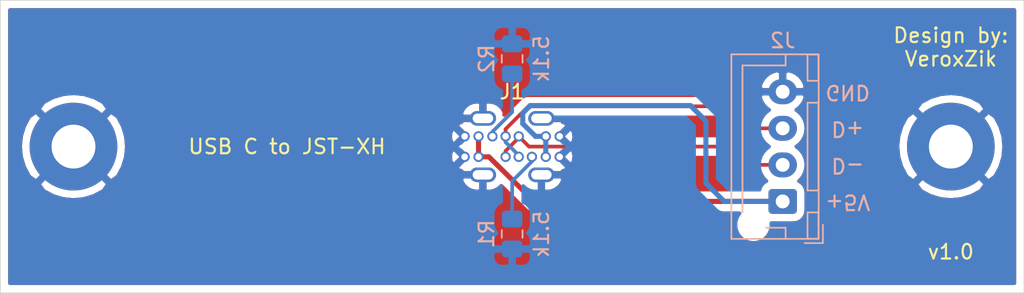
<source format=kicad_pcb>
(kicad_pcb (version 20171130) (host pcbnew "(5.1.6)-1")

  (general
    (thickness 1.6)
    (drawings 13)
    (tracks 37)
    (zones 0)
    (modules 6)
    (nets 7)
  )

  (page A4)
  (layers
    (0 F.Cu signal)
    (31 B.Cu signal)
    (32 B.Adhes user)
    (33 F.Adhes user)
    (34 B.Paste user)
    (35 F.Paste user)
    (36 B.SilkS user)
    (37 F.SilkS user)
    (38 B.Mask user)
    (39 F.Mask user)
    (40 Dwgs.User user)
    (41 Cmts.User user)
    (42 Eco1.User user)
    (43 Eco2.User user)
    (44 Edge.Cuts user)
    (45 Margin user)
    (46 B.CrtYd user)
    (47 F.CrtYd user)
    (48 B.Fab user)
    (49 F.Fab user)
  )

  (setup
    (last_trace_width 0.25)
    (user_trace_width 0.35)
    (trace_clearance 0.2)
    (zone_clearance 0.508)
    (zone_45_only no)
    (trace_min 0.2)
    (via_size 0.8)
    (via_drill 0.4)
    (via_min_size 0.4)
    (via_min_drill 0.3)
    (uvia_size 0.3)
    (uvia_drill 0.1)
    (uvias_allowed no)
    (uvia_min_size 0.2)
    (uvia_min_drill 0.1)
    (edge_width 0.05)
    (segment_width 0.2)
    (pcb_text_width 0.3)
    (pcb_text_size 1.5 1.5)
    (mod_edge_width 0.12)
    (mod_text_size 1 1)
    (mod_text_width 0.15)
    (pad_size 1.524 1.524)
    (pad_drill 0.762)
    (pad_to_mask_clearance 0.051)
    (solder_mask_min_width 0.25)
    (aux_axis_origin 0 0)
    (visible_elements 7FFFFFFF)
    (pcbplotparams
      (layerselection 0x010f0_ffffffff)
      (usegerberextensions false)
      (usegerberattributes false)
      (usegerberadvancedattributes false)
      (creategerberjobfile false)
      (excludeedgelayer true)
      (linewidth 0.100000)
      (plotframeref false)
      (viasonmask false)
      (mode 1)
      (useauxorigin false)
      (hpglpennumber 1)
      (hpglpenspeed 20)
      (hpglpendiameter 15.000000)
      (psnegative false)
      (psa4output false)
      (plotreference true)
      (plotvalue true)
      (plotinvisibletext false)
      (padsonsilk false)
      (subtractmaskfromsilk false)
      (outputformat 1)
      (mirror false)
      (drillshape 0)
      (scaleselection 1)
      (outputdirectory "gerbers/"))
  )

  (net 0 "")
  (net 1 GND)
  (net 2 "Net-(J1-Pad5)")
  (net 3 "Net-(J1-Pad4)")
  (net 4 "Net-(J1-Pad3)")
  (net 5 "Net-(J1-Pad2)")
  (net 6 "Net-(J1-Pad1)")

  (net_class Default "This is the default net class."
    (clearance 0.2)
    (trace_width 0.25)
    (via_dia 0.8)
    (via_drill 0.4)
    (uvia_dia 0.3)
    (uvia_drill 0.1)
    (add_net GND)
    (add_net "Net-(J1-Pad1)")
    (add_net "Net-(J1-Pad2)")
    (add_net "Net-(J1-Pad3)")
    (add_net "Net-(J1-Pad4)")
    (add_net "Net-(J1-Pad5)")
  )

  (module C168704:C168704 (layer F.Cu) (tedit 5ECF1F5D) (tstamp 5ECF5F04)
    (at 155 80)
    (path /62080CB5)
    (fp_text reference J1 (at 0 -3.75) (layer F.SilkS)
      (effects (font (size 1 1) (thickness 0.15)))
    )
    (fp_text value C168704 (at 0 3.5) (layer F.Fab)
      (effects (font (size 1 1) (thickness 0.15)))
    )
    (fp_line (start -4.5 -2.75) (end 4.5 -2.75) (layer F.CrtYd) (width 0.12))
    (fp_line (start 4.5 -2.75) (end 4.5 2.75) (layer F.CrtYd) (width 0.12))
    (fp_line (start 4.5 2.75) (end -4.5 2.75) (layer F.CrtYd) (width 0.12))
    (fp_line (start -4.5 -2.75) (end -4.5 2.75) (layer F.CrtYd) (width 0.12))
    (pad S thru_hole oval (at 2 1.93) (size 1.8 1) (drill oval 1.4 0.65) (layers *.Cu *.Mask)
      (net 1 GND))
    (pad S thru_hole oval (at -2 1.93) (size 1.8 1) (drill oval 1.4 0.65) (layers *.Cu *.Mask)
      (net 1 GND))
    (pad S thru_hole oval (at 2 -1.93) (size 1.8 1) (drill oval 1.4 0.65) (layers *.Cu *.Mask)
      (net 1 GND))
    (pad S thru_hole oval (at -2 -1.93) (size 1.8 1) (drill oval 1.4 0.65) (layers *.Cu *.Mask)
      (net 1 GND))
    (pad 6 thru_hole circle (at 3.25 0.7) (size 0.7 0.7) (drill 0.45) (layers *.Cu *.Mask)
      (net 1 GND))
    (pad 6 thru_hole circle (at 3.25 -0.7) (size 0.7 0.7) (drill 0.45) (layers *.Cu *.Mask)
      (net 1 GND))
    (pad 6 thru_hole circle (at -3.25 0.7) (size 0.7 0.7) (drill 0.45) (layers *.Cu *.Mask)
      (net 1 GND))
    (pad 6 thru_hole circle (at -3.25 -0.7) (size 0.7 0.7) (drill 0.45) (layers *.Cu *.Mask)
      (net 1 GND))
    (pad 5 thru_hole circle (at 2.3 0.7) (size 0.7 0.7) (drill 0.45) (layers *.Cu *.Mask)
      (net 2 "Net-(J1-Pad5)"))
    (pad 5 thru_hole circle (at 2.3 -0.7) (size 0.7 0.7) (drill 0.45) (layers *.Cu *.Mask)
      (net 2 "Net-(J1-Pad5)"))
    (pad 5 thru_hole circle (at -2.3 0.7) (size 0.7 0.7) (drill 0.45) (layers *.Cu *.Mask)
      (net 2 "Net-(J1-Pad5)"))
    (pad 5 thru_hole circle (at -2.3 -0.7) (size 0.7 0.7) (drill 0.45) (layers *.Cu *.Mask)
      (net 2 "Net-(J1-Pad5)"))
    (pad 4 thru_hole circle (at 1.35 0.7) (size 0.7 0.7) (drill 0.45) (layers *.Cu *.Mask)
      (net 3 "Net-(J1-Pad4)"))
    (pad 3 thru_hole circle (at -1.35 -0.7) (size 0.7 0.7) (drill 0.45) (layers *.Cu *.Mask)
      (net 4 "Net-(J1-Pad3)"))
    (pad 2 thru_hole circle (at 0.45 0.7) (size 0.7 0.7) (drill 0.45) (layers *.Cu *.Mask)
      (net 5 "Net-(J1-Pad2)"))
    (pad 1 thru_hole circle (at -0.45 0.7) (size 0.7 0.7) (drill 0.45) (layers *.Cu *.Mask)
      (net 6 "Net-(J1-Pad1)"))
    (pad 1 thru_hole circle (at 0.45 -0.7) (size 0.7 0.7) (drill 0.45) (layers *.Cu *.Mask)
      (net 6 "Net-(J1-Pad1)"))
    (pad 2 thru_hole circle (at -0.45 -0.7) (size 0.7 0.7) (drill 0.45) (layers *.Cu *.Mask)
      (net 5 "Net-(J1-Pad2)"))
  )

  (module Resistor_SMD:R_0805_2012Metric_Pad1.15x1.40mm_HandSolder (layer B.Cu) (tedit 5B36C52B) (tstamp 5ECF5F52)
    (at 155 74 90)
    (descr "Resistor SMD 0805 (2012 Metric), square (rectangular) end terminal, IPC_7351 nominal with elongated pad for handsoldering. (Body size source: https://docs.google.com/spreadsheets/d/1BsfQQcO9C6DZCsRaXUlFlo91Tg2WpOkGARC1WS5S8t0/edit?usp=sharing), generated with kicad-footprint-generator")
    (tags "resistor handsolder")
    (path /620857EB)
    (attr smd)
    (fp_text reference R2 (at 0 -1.75 270) (layer B.SilkS)
      (effects (font (size 1 1) (thickness 0.15)) (justify mirror))
    )
    (fp_text value 5.1k (at 0 -1.65 270) (layer B.Fab)
      (effects (font (size 1 1) (thickness 0.15)) (justify mirror))
    )
    (fp_line (start -1 -0.6) (end -1 0.6) (layer B.Fab) (width 0.1))
    (fp_line (start -1 0.6) (end 1 0.6) (layer B.Fab) (width 0.1))
    (fp_line (start 1 0.6) (end 1 -0.6) (layer B.Fab) (width 0.1))
    (fp_line (start 1 -0.6) (end -1 -0.6) (layer B.Fab) (width 0.1))
    (fp_line (start -0.261252 0.71) (end 0.261252 0.71) (layer B.SilkS) (width 0.12))
    (fp_line (start -0.261252 -0.71) (end 0.261252 -0.71) (layer B.SilkS) (width 0.12))
    (fp_line (start -1.85 -0.95) (end -1.85 0.95) (layer B.CrtYd) (width 0.05))
    (fp_line (start -1.85 0.95) (end 1.85 0.95) (layer B.CrtYd) (width 0.05))
    (fp_line (start 1.85 0.95) (end 1.85 -0.95) (layer B.CrtYd) (width 0.05))
    (fp_line (start 1.85 -0.95) (end -1.85 -0.95) (layer B.CrtYd) (width 0.05))
    (fp_text user %R (at 0 0 270) (layer B.Fab)
      (effects (font (size 0.5 0.5) (thickness 0.08)) (justify mirror))
    )
    (pad 2 smd roundrect (at 1.025 0 90) (size 1.15 1.4) (layers B.Cu B.Paste B.Mask) (roundrect_rratio 0.217391)
      (net 1 GND))
    (pad 1 smd roundrect (at -1.025 0 90) (size 1.15 1.4) (layers B.Cu B.Paste B.Mask) (roundrect_rratio 0.217391)
      (net 4 "Net-(J1-Pad3)"))
    (model ${KISYS3DMOD}/Resistor_SMD.3dshapes/R_0805_2012Metric.wrl
      (at (xyz 0 0 0))
      (scale (xyz 1 1 1))
      (rotate (xyz 0 0 0))
    )
  )

  (module Resistor_SMD:R_0805_2012Metric_Pad1.15x1.40mm_HandSolder (layer B.Cu) (tedit 5B36C52B) (tstamp 5ECF5F41)
    (at 155 85.975 270)
    (descr "Resistor SMD 0805 (2012 Metric), square (rectangular) end terminal, IPC_7351 nominal with elongated pad for handsoldering. (Body size source: https://docs.google.com/spreadsheets/d/1BsfQQcO9C6DZCsRaXUlFlo91Tg2WpOkGARC1WS5S8t0/edit?usp=sharing), generated with kicad-footprint-generator")
    (tags "resistor handsolder")
    (path /620845F0)
    (attr smd)
    (fp_text reference R1 (at 0 1.75 270) (layer B.SilkS)
      (effects (font (size 1 1) (thickness 0.15)) (justify mirror))
    )
    (fp_text value 5.1k (at 0 -1.65 270) (layer B.Fab)
      (effects (font (size 1 1) (thickness 0.15)) (justify mirror))
    )
    (fp_line (start -1 -0.6) (end -1 0.6) (layer B.Fab) (width 0.1))
    (fp_line (start -1 0.6) (end 1 0.6) (layer B.Fab) (width 0.1))
    (fp_line (start 1 0.6) (end 1 -0.6) (layer B.Fab) (width 0.1))
    (fp_line (start 1 -0.6) (end -1 -0.6) (layer B.Fab) (width 0.1))
    (fp_line (start -0.261252 0.71) (end 0.261252 0.71) (layer B.SilkS) (width 0.12))
    (fp_line (start -0.261252 -0.71) (end 0.261252 -0.71) (layer B.SilkS) (width 0.12))
    (fp_line (start -1.85 -0.95) (end -1.85 0.95) (layer B.CrtYd) (width 0.05))
    (fp_line (start -1.85 0.95) (end 1.85 0.95) (layer B.CrtYd) (width 0.05))
    (fp_line (start 1.85 0.95) (end 1.85 -0.95) (layer B.CrtYd) (width 0.05))
    (fp_line (start 1.85 -0.95) (end -1.85 -0.95) (layer B.CrtYd) (width 0.05))
    (fp_text user %R (at 0 0 270) (layer B.Fab)
      (effects (font (size 0.5 0.5) (thickness 0.08)) (justify mirror))
    )
    (pad 2 smd roundrect (at 1.025 0 270) (size 1.15 1.4) (layers B.Cu B.Paste B.Mask) (roundrect_rratio 0.217391)
      (net 1 GND))
    (pad 1 smd roundrect (at -1.025 0 270) (size 1.15 1.4) (layers B.Cu B.Paste B.Mask) (roundrect_rratio 0.217391)
      (net 3 "Net-(J1-Pad4)"))
    (model ${KISYS3DMOD}/Resistor_SMD.3dshapes/R_0805_2012Metric.wrl
      (at (xyz 0 0 0))
      (scale (xyz 1 1 1))
      (rotate (xyz 0 0 0))
    )
  )

  (module Connector_JST:JST_XH_B4B-XH-AM_1x04_P2.50mm_Vertical (layer B.Cu) (tedit 5C28146E) (tstamp 5ECF5F30)
    (at 173.5 83.75 90)
    (descr "JST XH series connector, B4B-XH-AM, with boss (http://www.jst-mfg.com/product/pdf/eng/eXH.pdf), generated with kicad-footprint-generator")
    (tags "connector JST XH vertical boss")
    (path /62075092)
    (fp_text reference J2 (at 11 0 180) (layer B.SilkS)
      (effects (font (size 1 1) (thickness 0.15)) (justify mirror))
    )
    (fp_text value Conn_01x04 (at 3.75 -4.6 90) (layer B.Fab)
      (effects (font (size 1 1) (thickness 0.15)) (justify mirror))
    )
    (fp_text user %R (at 3.75 -2.7 90) (layer B.Fab)
      (effects (font (size 1 1) (thickness 0.15)) (justify mirror))
    )
    (fp_line (start -2.85 2.75) (end -2.85 1.5) (layer B.SilkS) (width 0.12))
    (fp_line (start -1.6 2.75) (end -2.85 2.75) (layer B.SilkS) (width 0.12))
    (fp_line (start 9.3 -2.75) (end 3.75 -2.75) (layer B.SilkS) (width 0.12))
    (fp_line (start 9.3 0.2) (end 9.3 -2.75) (layer B.SilkS) (width 0.12))
    (fp_line (start 10.05 0.2) (end 9.3 0.2) (layer B.SilkS) (width 0.12))
    (fp_line (start 3.75 -2.75) (end -0.74 -2.75) (layer B.SilkS) (width 0.12))
    (fp_line (start -1.8 0.2) (end -1.8 -1.14) (layer B.SilkS) (width 0.12))
    (fp_line (start -2.55 0.2) (end -1.8 0.2) (layer B.SilkS) (width 0.12))
    (fp_line (start 10.05 2.45) (end 8.25 2.45) (layer B.SilkS) (width 0.12))
    (fp_line (start 10.05 1.7) (end 10.05 2.45) (layer B.SilkS) (width 0.12))
    (fp_line (start 8.25 1.7) (end 10.05 1.7) (layer B.SilkS) (width 0.12))
    (fp_line (start 8.25 2.45) (end 8.25 1.7) (layer B.SilkS) (width 0.12))
    (fp_line (start -0.75 2.45) (end -2.55 2.45) (layer B.SilkS) (width 0.12))
    (fp_line (start -0.75 1.7) (end -0.75 2.45) (layer B.SilkS) (width 0.12))
    (fp_line (start -2.55 1.7) (end -0.75 1.7) (layer B.SilkS) (width 0.12))
    (fp_line (start -2.55 2.45) (end -2.55 1.7) (layer B.SilkS) (width 0.12))
    (fp_line (start 6.75 2.45) (end 0.75 2.45) (layer B.SilkS) (width 0.12))
    (fp_line (start 6.75 1.7) (end 6.75 2.45) (layer B.SilkS) (width 0.12))
    (fp_line (start 0.75 1.7) (end 6.75 1.7) (layer B.SilkS) (width 0.12))
    (fp_line (start 0.75 2.45) (end 0.75 1.7) (layer B.SilkS) (width 0.12))
    (fp_line (start 0 1.35) (end 0.625 2.35) (layer B.Fab) (width 0.1))
    (fp_line (start -0.625 2.35) (end 0 1.35) (layer B.Fab) (width 0.1))
    (fp_line (start 10.45 2.85) (end -2.95 2.85) (layer B.CrtYd) (width 0.05))
    (fp_line (start 10.45 -3.9) (end 10.45 2.85) (layer B.CrtYd) (width 0.05))
    (fp_line (start -2.95 -3.9) (end 10.45 -3.9) (layer B.CrtYd) (width 0.05))
    (fp_line (start -2.95 2.85) (end -2.95 -3.9) (layer B.CrtYd) (width 0.05))
    (fp_line (start 10.06 2.46) (end -2.56 2.46) (layer B.SilkS) (width 0.12))
    (fp_line (start 10.06 -3.51) (end 10.06 2.46) (layer B.SilkS) (width 0.12))
    (fp_line (start -2.56 -3.51) (end 10.06 -3.51) (layer B.SilkS) (width 0.12))
    (fp_line (start -2.56 2.46) (end -2.56 -3.51) (layer B.SilkS) (width 0.12))
    (fp_line (start 9.95 2.35) (end -2.45 2.35) (layer B.Fab) (width 0.1))
    (fp_line (start 9.95 -3.4) (end 9.95 2.35) (layer B.Fab) (width 0.1))
    (fp_line (start -2.45 -3.4) (end 9.95 -3.4) (layer B.Fab) (width 0.1))
    (fp_line (start -2.45 2.35) (end -2.45 -3.4) (layer B.Fab) (width 0.1))
    (pad 1 thru_hole roundrect (at 0 0 90) (size 1.7 1.95) (drill 0.95) (layers *.Cu *.Mask) (roundrect_rratio 0.147059)
      (net 2 "Net-(J1-Pad5)"))
    (pad 2 thru_hole oval (at 2.5 0 90) (size 1.7 1.95) (drill 0.95) (layers *.Cu *.Mask)
      (net 6 "Net-(J1-Pad1)"))
    (pad 3 thru_hole oval (at 5 0 90) (size 1.7 1.95) (drill 0.95) (layers *.Cu *.Mask)
      (net 5 "Net-(J1-Pad2)"))
    (pad 4 thru_hole oval (at 7.5 0 90) (size 1.7 1.95) (drill 0.95) (layers *.Cu *.Mask)
      (net 1 GND))
    (pad "" np_thru_hole circle (at -1.6 -2 90) (size 1.2 1.2) (drill 1.2) (layers *.Cu *.Mask))
    (model ${KISYS3DMOD}/Connector_JST.3dshapes/JST_XH_B4B-XH-AM_1x04_P2.50mm_Vertical.wrl
      (at (xyz 0 0 0))
      (scale (xyz 1 1 1))
      (rotate (xyz 0 0 0))
    )
  )

  (module MountingHole:MountingHole_3mm_Pad (layer F.Cu) (tedit 56D1B4CB) (tstamp 5ECF5EEA)
    (at 125 80)
    (descr "Mounting Hole 3mm")
    (tags "mounting hole 3mm")
    (path /62072B6E)
    (attr virtual)
    (fp_text reference H2 (at 0 -4) (layer F.SilkS) hide
      (effects (font (size 1 1) (thickness 0.15)))
    )
    (fp_text value 3mm (at 0 4) (layer F.Fab)
      (effects (font (size 1 1) (thickness 0.15)))
    )
    (fp_circle (center 0 0) (end 3 0) (layer Cmts.User) (width 0.15))
    (fp_circle (center 0 0) (end 3.25 0) (layer F.CrtYd) (width 0.05))
    (fp_text user %R (at 0.3 0) (layer F.Fab)
      (effects (font (size 1 1) (thickness 0.15)))
    )
    (pad 1 thru_hole circle (at 0 0) (size 6 6) (drill 3) (layers *.Cu *.Mask)
      (net 1 GND))
  )

  (module MountingHole:MountingHole_3mm_Pad (layer F.Cu) (tedit 56D1B4CB) (tstamp 5ECF5EE2)
    (at 185 80)
    (descr "Mounting Hole 3mm")
    (tags "mounting hole 3mm")
    (path /62071A5A)
    (attr virtual)
    (fp_text reference H1 (at 0 -4) (layer F.SilkS) hide
      (effects (font (size 1 1) (thickness 0.15)))
    )
    (fp_text value 3mm (at 0 4) (layer F.Fab)
      (effects (font (size 1 1) (thickness 0.15)))
    )
    (fp_circle (center 0 0) (end 3 0) (layer Cmts.User) (width 0.15))
    (fp_circle (center 0 0) (end 3.25 0) (layer F.CrtYd) (width 0.05))
    (fp_text user %R (at 0.3 0) (layer F.Fab)
      (effects (font (size 1 1) (thickness 0.15)))
    )
    (pad 1 thru_hole circle (at 0 0) (size 6 6) (drill 3) (layers *.Cu *.Mask)
      (net 1 GND))
  )

  (gr_text 5.1k (at 157 86 90) (layer B.SilkS) (tstamp 60150A9E)
    (effects (font (size 1 1) (thickness 0.15)) (justify mirror))
  )
  (gr_text 5.1k (at 157 74 90) (layer B.SilkS)
    (effects (font (size 1 1) (thickness 0.15)) (justify mirror))
  )
  (gr_text v1.0 (at 185 87.2) (layer F.SilkS) (tstamp 5EEB14C4)
    (effects (font (size 1 1) (thickness 0.15)))
  )
  (gr_text "Design by:\nVeroxZik" (at 185 73.2) (layer F.SilkS) (tstamp 5EEB14C1)
    (effects (font (size 1 1) (thickness 0.15)))
  )
  (gr_text "USB C to JST-XH" (at 139.6 80) (layer F.SilkS) (tstamp 5EEB14BE)
    (effects (font (size 1 1) (thickness 0.15)))
  )
  (gr_text GND (at 177.95 76.3 180) (layer B.SilkS) (tstamp 5ECF68B8)
    (effects (font (size 1 1) (thickness 0.15)) (justify mirror))
  )
  (gr_text D+ (at 177.95 78.8 180) (layer B.SilkS) (tstamp 5ECF68B8)
    (effects (font (size 1 1) (thickness 0.15)) (justify mirror))
  )
  (gr_text D- (at 177.95 81.3 180) (layer B.SilkS) (tstamp 5ECF68B8)
    (effects (font (size 1 1) (thickness 0.15)) (justify mirror))
  )
  (gr_text +5V (at 177.95 83.8 180) (layer B.SilkS)
    (effects (font (size 1 1) (thickness 0.15)) (justify mirror))
  )
  (gr_line (start 120 90) (end 120 70) (layer Edge.Cuts) (width 0.05) (tstamp 5ECF5FC7))
  (gr_line (start 190 90) (end 120 90) (layer Edge.Cuts) (width 0.05))
  (gr_line (start 190 70) (end 190 90) (layer Edge.Cuts) (width 0.05))
  (gr_line (start 120 70) (end 190 70) (layer Edge.Cuts) (width 0.05))

  (segment (start 152.7 80.7) (end 153.407451 80.7) (width 0.35) (layer F.Cu) (net 2))
  (segment (start 157.3 79.3) (end 157.3 80.7) (width 0.35) (layer B.Cu) (net 2))
  (segment (start 156.237559 77.19499) (end 167.19499 77.19499) (width 0.35) (layer B.Cu) (net 2))
  (segment (start 155.72499 77.707559) (end 156.237559 77.19499) (width 0.35) (layer B.Cu) (net 2))
  (segment (start 155.72499 78.432441) (end 155.72499 77.707559) (width 0.35) (layer B.Cu) (net 2))
  (segment (start 157.3 79.3) (end 156.592549 79.3) (width 0.35) (layer B.Cu) (net 2))
  (segment (start 156.592549 79.3) (end 155.72499 78.432441) (width 0.35) (layer B.Cu) (net 2))
  (segment (start 167.19499 77.19499) (end 168.25 78.25) (width 0.35) (layer B.Cu) (net 2))
  (segment (start 152.7 79.3) (end 152.7 80.7) (width 0.35) (layer F.Cu) (net 2))
  (segment (start 173.5 83.75) (end 156.5 83.75) (width 0.35) (layer F.Cu) (net 2))
  (segment (start 153.407451 80.7) (end 156.5 83.75) (width 0.35) (layer F.Cu) (net 2))
  (segment (start 173.5 83.75) (end 169.5 83.75) (width 0.35) (layer B.Cu) (net 2))
  (segment (start 168.25 78.25) (end 168.25 82.5) (width 0.35) (layer B.Cu) (net 2))
  (segment (start 169.5 83.75) (end 168.25 82.5) (width 0.35) (layer B.Cu) (net 2))
  (segment (start 155 82.36326) (end 155 84.375) (width 0.25) (layer B.Cu) (net 3))
  (segment (start 156.35 81.01326) (end 155 82.36326) (width 0.25) (layer B.Cu) (net 3))
  (segment (start 155 84.375) (end 155 84.95) (width 0.25) (layer B.Cu) (net 3))
  (segment (start 156.35 80.7) (end 156.35 81.01326) (width 0.25) (layer B.Cu) (net 3))
  (segment (start 155 75.6) (end 155 75.025) (width 0.25) (layer B.Cu) (net 4))
  (segment (start 155 77.63674) (end 155 75.6) (width 0.25) (layer B.Cu) (net 4))
  (segment (start 153.65 78.98674) (end 155 77.63674) (width 0.25) (layer B.Cu) (net 4))
  (segment (start 153.65 79.3) (end 153.65 78.98674) (width 0.25) (layer B.Cu) (net 4))
  (segment (start 155.45 80.600998) (end 155.45 80.7) (width 0.25) (layer B.Cu) (net 5))
  (segment (start 154.55 79.700998) (end 155.45 80.600998) (width 0.25) (layer B.Cu) (net 5))
  (segment (start 154.55 79.3) (end 154.55 79.700998) (width 0.25) (layer B.Cu) (net 5))
  (segment (start 154.55 78.805026) (end 154.55 79.3) (width 0.25) (layer F.Cu) (net 5))
  (segment (start 156.110036 77.24499) (end 154.55 78.805026) (width 0.25) (layer F.Cu) (net 5))
  (segment (start 169.51999 77.24499) (end 156.110036 77.24499) (width 0.25) (layer F.Cu) (net 5))
  (segment (start 173.5 78.75) (end 171.025 78.75) (width 0.25) (layer F.Cu) (net 5))
  (segment (start 171.025 78.75) (end 169.51999 77.24499) (width 0.25) (layer F.Cu) (net 5))
  (segment (start 155.45 79.399002) (end 155.45 79.3) (width 0.25) (layer F.Cu) (net 6))
  (segment (start 154.55 80.299002) (end 155.45 79.399002) (width 0.25) (layer F.Cu) (net 6))
  (segment (start 154.55 80.7) (end 154.55 80.299002) (width 0.25) (layer F.Cu) (net 6))
  (segment (start 169.5 80) (end 170.75 81.25) (width 0.25) (layer F.Cu) (net 6))
  (segment (start 155.45 79.3) (end 156.15 80) (width 0.25) (layer F.Cu) (net 6))
  (segment (start 170.75 81.25) (end 173.5 81.25) (width 0.25) (layer F.Cu) (net 6))
  (segment (start 156.15 80) (end 169.5 80) (width 0.25) (layer F.Cu) (net 6))

  (zone (net 1) (net_name GND) (layer B.Cu) (tstamp 60150AA6) (hatch edge 0.508)
    (connect_pads (clearance 0.508))
    (min_thickness 0.254)
    (fill yes (arc_segments 32) (thermal_gap 0.508) (thermal_bridge_width 0.508))
    (polygon
      (pts
        (xy 190 90) (xy 120 90) (xy 120 70) (xy 190 70)
      )
    )
    (filled_polygon
      (pts
        (xy 189.340001 89.34) (xy 120.66 89.34) (xy 120.66 87.575) (xy 153.661928 87.575) (xy 153.674188 87.699482)
        (xy 153.710498 87.81918) (xy 153.769463 87.929494) (xy 153.848815 88.026185) (xy 153.945506 88.105537) (xy 154.05582 88.164502)
        (xy 154.175518 88.200812) (xy 154.3 88.213072) (xy 154.71425 88.21) (xy 154.873 88.05125) (xy 154.873 87.127)
        (xy 155.127 87.127) (xy 155.127 88.05125) (xy 155.28575 88.21) (xy 155.7 88.213072) (xy 155.824482 88.200812)
        (xy 155.94418 88.164502) (xy 156.054494 88.105537) (xy 156.151185 88.026185) (xy 156.230537 87.929494) (xy 156.289502 87.81918)
        (xy 156.325812 87.699482) (xy 156.338072 87.575) (xy 156.335 87.28575) (xy 156.17625 87.127) (xy 155.127 87.127)
        (xy 154.873 87.127) (xy 153.82375 87.127) (xy 153.665 87.28575) (xy 153.661928 87.575) (xy 120.66 87.575)
        (xy 120.66 82.558686) (xy 122.620919 82.558686) (xy 122.957106 83.027868) (xy 123.587068 83.368237) (xy 124.271327 83.579166)
        (xy 124.983589 83.65255) (xy 125.696482 83.585569) (xy 126.382609 83.380796) (xy 127.015603 83.046102) (xy 127.042894 83.027868)
        (xy 127.379081 82.558686) (xy 125 80.179605) (xy 122.620919 82.558686) (xy 120.66 82.558686) (xy 120.66 79.983589)
        (xy 121.34745 79.983589) (xy 121.414431 80.696482) (xy 121.619204 81.382609) (xy 121.953898 82.015603) (xy 121.972132 82.042894)
        (xy 122.441314 82.379081) (xy 124.820395 80) (xy 125.179605 80) (xy 127.558686 82.379081) (xy 127.764127 82.231874)
        (xy 151.505881 82.231874) (xy 151.585724 82.454976) (xy 151.707631 82.642764) (xy 151.863831 82.803161) (xy 152.048322 82.930003)
        (xy 152.254013 83.018415) (xy 152.473 83.065) (xy 152.873 83.065) (xy 152.873 82.057) (xy 151.632046 82.057)
        (xy 151.505881 82.231874) (xy 127.764127 82.231874) (xy 128.027868 82.042894) (xy 128.368237 81.412932) (xy 128.560765 80.788364)
        (xy 150.764187 80.788364) (xy 150.800368 80.978989) (xy 150.873043 81.158893) (xy 150.881233 81.174216) (xy 151.079483 81.190912)
        (xy 151.570395 80.7) (xy 151.079483 80.209088) (xy 150.881233 80.225784) (xy 150.805411 80.404384) (xy 150.76589 80.594344)
        (xy 150.764187 80.788364) (xy 128.560765 80.788364) (xy 128.579166 80.728673) (xy 128.65255 80.016411) (xy 128.593541 79.388364)
        (xy 150.764187 79.388364) (xy 150.800368 79.578989) (xy 150.873043 79.758893) (xy 150.881233 79.774216) (xy 151.079483 79.790912)
        (xy 151.570395 79.3) (xy 151.079483 78.809088) (xy 150.881233 78.825784) (xy 150.805411 79.004384) (xy 150.76589 79.194344)
        (xy 150.764187 79.388364) (xy 128.593541 79.388364) (xy 128.585569 79.303518) (xy 128.384405 78.629483) (xy 151.259088 78.629483)
        (xy 151.73451 79.104905) (xy 151.715 79.202986) (xy 151.715 79.397014) (xy 151.73451 79.495095) (xy 151.481164 79.748441)
        (xy 151.471011 79.750368) (xy 151.291107 79.823043) (xy 151.275784 79.831233) (xy 151.264511 79.965094) (xy 151.259088 79.970517)
        (xy 151.261571 80) (xy 151.259088 80.029483) (xy 151.264511 80.034906) (xy 151.275784 80.168767) (xy 151.454384 80.244589)
        (xy 151.479398 80.249793) (xy 151.73451 80.504905) (xy 151.715 80.602986) (xy 151.715 80.797014) (xy 151.73451 80.895095)
        (xy 151.259088 81.370517) (xy 151.275784 81.568767) (xy 151.454384 81.644589) (xy 151.528951 81.660103) (xy 151.632046 81.803)
        (xy 152.873 81.803) (xy 152.873 81.783) (xy 153.127 81.783) (xy 153.127 81.803) (xy 153.147 81.803)
        (xy 153.147 82.057) (xy 153.127 82.057) (xy 153.127 83.065) (xy 153.527 83.065) (xy 153.745987 83.018415)
        (xy 153.951678 82.930003) (xy 154.136169 82.803161) (xy 154.24 82.69654) (xy 154.240001 83.795473) (xy 154.210149 83.804528)
        (xy 154.056613 83.886595) (xy 153.922038 83.997038) (xy 153.811595 84.131613) (xy 153.729528 84.285149) (xy 153.678992 84.451745)
        (xy 153.661928 84.624999) (xy 153.661928 85.275001) (xy 153.678992 85.448255) (xy 153.729528 85.614851) (xy 153.811595 85.768387)
        (xy 153.922038 85.902962) (xy 153.928594 85.908342) (xy 153.848815 85.973815) (xy 153.769463 86.070506) (xy 153.710498 86.18082)
        (xy 153.674188 86.300518) (xy 153.661928 86.425) (xy 153.665 86.71425) (xy 153.82375 86.873) (xy 154.873 86.873)
        (xy 154.873 86.853) (xy 155.127 86.853) (xy 155.127 86.873) (xy 156.17625 86.873) (xy 156.335 86.71425)
        (xy 156.338072 86.425) (xy 156.325812 86.300518) (xy 156.289502 86.18082) (xy 156.230537 86.070506) (xy 156.151185 85.973815)
        (xy 156.071406 85.908342) (xy 156.077962 85.902962) (xy 156.188405 85.768387) (xy 156.270472 85.614851) (xy 156.321008 85.448255)
        (xy 156.338072 85.275001) (xy 156.338072 84.624999) (xy 156.321008 84.451745) (xy 156.270472 84.285149) (xy 156.188405 84.131613)
        (xy 156.077962 83.997038) (xy 155.943387 83.886595) (xy 155.789851 83.804528) (xy 155.76 83.795473) (xy 155.76 82.69654)
        (xy 155.863831 82.803161) (xy 156.048322 82.930003) (xy 156.254013 83.018415) (xy 156.473 83.065) (xy 156.873 83.065)
        (xy 156.873 82.057) (xy 157.127 82.057) (xy 157.127 83.065) (xy 157.527 83.065) (xy 157.745987 83.018415)
        (xy 157.951678 82.930003) (xy 158.136169 82.803161) (xy 158.292369 82.642764) (xy 158.414276 82.454976) (xy 158.494119 82.231874)
        (xy 158.367954 82.057) (xy 157.127 82.057) (xy 156.873 82.057) (xy 156.853 82.057) (xy 156.853 81.803)
        (xy 156.873 81.803) (xy 156.873 81.783) (xy 157.127 81.783) (xy 157.127 81.803) (xy 158.367954 81.803)
        (xy 158.470609 81.660713) (xy 158.528989 81.649632) (xy 158.708893 81.576957) (xy 158.724216 81.568767) (xy 158.740912 81.370517)
        (xy 158.26549 80.895095) (xy 158.285 80.797014) (xy 158.285 80.7) (xy 158.429605 80.7) (xy 158.920517 81.190912)
        (xy 159.118767 81.174216) (xy 159.194589 80.995616) (xy 159.23411 80.805656) (xy 159.235813 80.611636) (xy 159.199632 80.421011)
        (xy 159.126957 80.241107) (xy 159.118767 80.225784) (xy 158.920517 80.209088) (xy 158.429605 80.7) (xy 158.285 80.7)
        (xy 158.285 80.602986) (xy 158.26549 80.504905) (xy 158.518836 80.251559) (xy 158.528989 80.249632) (xy 158.708893 80.176957)
        (xy 158.724216 80.168767) (xy 158.735489 80.034906) (xy 158.740912 80.029483) (xy 158.738429 80) (xy 158.740912 79.970517)
        (xy 158.735489 79.965094) (xy 158.724216 79.831233) (xy 158.545616 79.755411) (xy 158.520602 79.750207) (xy 158.26549 79.495095)
        (xy 158.285 79.397014) (xy 158.285 79.3) (xy 158.429605 79.3) (xy 158.920517 79.790912) (xy 159.118767 79.774216)
        (xy 159.194589 79.595616) (xy 159.23411 79.405656) (xy 159.235813 79.211636) (xy 159.199632 79.021011) (xy 159.126957 78.841107)
        (xy 159.118767 78.825784) (xy 158.920517 78.809088) (xy 158.429605 79.3) (xy 158.285 79.3) (xy 158.285 79.202986)
        (xy 158.26549 79.104905) (xy 158.740912 78.629483) (xy 158.724216 78.431233) (xy 158.545616 78.355411) (xy 158.471049 78.339897)
        (xy 158.367954 78.197) (xy 157.127 78.197) (xy 157.127 78.217) (xy 156.873 78.217) (xy 156.873 78.197)
        (xy 156.853 78.197) (xy 156.853 78.00499) (xy 166.859478 78.00499) (xy 167.44 78.585513) (xy 167.440001 82.460202)
        (xy 167.436081 82.5) (xy 167.451721 82.658787) (xy 167.498038 82.811473) (xy 167.573251 82.952189) (xy 167.593405 82.976746)
        (xy 167.674473 83.075528) (xy 167.705383 83.100895) (xy 168.899105 84.294618) (xy 168.924472 84.325528) (xy 168.95538 84.350893)
        (xy 169.04781 84.426749) (xy 169.094575 84.451745) (xy 169.188527 84.501963) (xy 169.341212 84.54828) (xy 169.460209 84.56)
        (xy 169.460212 84.56) (xy 169.5 84.563919) (xy 169.539788 84.56) (xy 170.543446 84.56) (xy 170.540713 84.562733)
        (xy 170.405557 84.765008) (xy 170.31246 84.989764) (xy 170.265 85.228363) (xy 170.265 85.471637) (xy 170.31246 85.710236)
        (xy 170.405557 85.934992) (xy 170.540713 86.137267) (xy 170.712733 86.309287) (xy 170.915008 86.444443) (xy 171.139764 86.53754)
        (xy 171.378363 86.585) (xy 171.621637 86.585) (xy 171.860236 86.53754) (xy 172.084992 86.444443) (xy 172.287267 86.309287)
        (xy 172.459287 86.137267) (xy 172.594443 85.934992) (xy 172.68754 85.710236) (xy 172.735 85.471637) (xy 172.735 85.234132)
        (xy 172.775 85.238072) (xy 174.225 85.238072) (xy 174.398254 85.221008) (xy 174.56485 85.170472) (xy 174.718386 85.088405)
        (xy 174.852962 84.977962) (xy 174.963405 84.843386) (xy 175.045472 84.68985) (xy 175.096008 84.523254) (xy 175.113072 84.35)
        (xy 175.113072 83.15) (xy 175.096008 82.976746) (xy 175.045472 82.81015) (xy 174.963405 82.656614) (xy 174.883039 82.558686)
        (xy 182.620919 82.558686) (xy 182.957106 83.027868) (xy 183.587068 83.368237) (xy 184.271327 83.579166) (xy 184.983589 83.65255)
        (xy 185.696482 83.585569) (xy 186.382609 83.380796) (xy 187.015603 83.046102) (xy 187.042894 83.027868) (xy 187.379081 82.558686)
        (xy 185 80.179605) (xy 182.620919 82.558686) (xy 174.883039 82.558686) (xy 174.852962 82.522038) (xy 174.718386 82.411595)
        (xy 174.616663 82.357223) (xy 174.680134 82.305134) (xy 174.865706 82.079014) (xy 175.003599 81.821034) (xy 175.088513 81.541111)
        (xy 175.117185 81.25) (xy 175.088513 80.958889) (xy 175.003599 80.678966) (xy 174.865706 80.420986) (xy 174.680134 80.194866)
        (xy 174.454014 80.009294) (xy 174.436626 80) (xy 174.454014 79.990706) (xy 174.462686 79.983589) (xy 181.34745 79.983589)
        (xy 181.414431 80.696482) (xy 181.619204 81.382609) (xy 181.953898 82.015603) (xy 181.972132 82.042894) (xy 182.441314 82.379081)
        (xy 184.820395 80) (xy 185.179605 80) (xy 187.558686 82.379081) (xy 188.027868 82.042894) (xy 188.368237 81.412932)
        (xy 188.579166 80.728673) (xy 188.65255 80.016411) (xy 188.585569 79.303518) (xy 188.380796 78.617391) (xy 188.046102 77.984397)
        (xy 188.027868 77.957106) (xy 187.558686 77.620919) (xy 185.179605 80) (xy 184.820395 80) (xy 182.441314 77.620919)
        (xy 181.972132 77.957106) (xy 181.631763 78.587068) (xy 181.420834 79.271327) (xy 181.34745 79.983589) (xy 174.462686 79.983589)
        (xy 174.680134 79.805134) (xy 174.865706 79.579014) (xy 175.003599 79.321034) (xy 175.088513 79.041111) (xy 175.117185 78.75)
        (xy 175.088513 78.458889) (xy 175.003599 78.178966) (xy 174.865706 77.920986) (xy 174.680134 77.694866) (xy 174.454014 77.509294)
        (xy 174.428278 77.495538) (xy 174.49971 77.441314) (xy 182.620919 77.441314) (xy 185 79.820395) (xy 187.379081 77.441314)
        (xy 187.042894 76.972132) (xy 186.412932 76.631763) (xy 185.728673 76.420834) (xy 185.016411 76.34745) (xy 184.303518 76.414431)
        (xy 183.617391 76.619204) (xy 182.984397 76.953898) (xy 182.957106 76.972132) (xy 182.620919 77.441314) (xy 174.49971 77.441314)
        (xy 174.634429 77.339049) (xy 174.827496 77.121193) (xy 174.974352 76.869858) (xy 175.066476 76.60689) (xy 174.945155 76.377)
        (xy 173.627 76.377) (xy 173.627 76.397) (xy 173.373 76.397) (xy 173.373 76.377) (xy 172.054845 76.377)
        (xy 171.933524 76.60689) (xy 172.025648 76.869858) (xy 172.172504 77.121193) (xy 172.365571 77.339049) (xy 172.571722 77.495538)
        (xy 172.545986 77.509294) (xy 172.319866 77.694866) (xy 172.134294 77.920986) (xy 171.996401 78.178966) (xy 171.911487 78.458889)
        (xy 171.882815 78.75) (xy 171.911487 79.041111) (xy 171.996401 79.321034) (xy 172.134294 79.579014) (xy 172.319866 79.805134)
        (xy 172.545986 79.990706) (xy 172.563374 80) (xy 172.545986 80.009294) (xy 172.319866 80.194866) (xy 172.134294 80.420986)
        (xy 171.996401 80.678966) (xy 171.911487 80.958889) (xy 171.882815 81.25) (xy 171.911487 81.541111) (xy 171.996401 81.821034)
        (xy 172.134294 82.079014) (xy 172.319866 82.305134) (xy 172.383337 82.357223) (xy 172.281614 82.411595) (xy 172.147038 82.522038)
        (xy 172.036595 82.656614) (xy 171.954528 82.81015) (xy 171.915139 82.94) (xy 169.835513 82.94) (xy 169.06 82.164488)
        (xy 169.06 78.289787) (xy 169.063919 78.249999) (xy 169.056923 78.178966) (xy 169.04828 78.091212) (xy 169.001963 77.938527)
        (xy 168.926749 77.797811) (xy 168.825528 77.674472) (xy 168.794619 77.649106) (xy 167.795889 76.650377) (xy 167.770518 76.619462)
        (xy 167.647179 76.518241) (xy 167.506463 76.443027) (xy 167.353778 76.39671) (xy 167.234781 76.38499) (xy 167.234778 76.38499)
        (xy 167.19499 76.381071) (xy 167.155202 76.38499) (xy 156.277346 76.38499) (xy 156.237558 76.381071) (xy 156.19777 76.38499)
        (xy 156.197768 76.38499) (xy 156.078771 76.39671) (xy 155.926086 76.443027) (xy 155.860583 76.478039) (xy 155.785369 76.518241)
        (xy 155.76 76.539061) (xy 155.76 76.179527) (xy 155.789851 76.170472) (xy 155.943387 76.088405) (xy 156.077962 75.977962)
        (xy 156.147598 75.89311) (xy 171.933524 75.89311) (xy 172.054845 76.123) (xy 173.373 76.123) (xy 173.373 74.923835)
        (xy 173.627 74.923835) (xy 173.627 76.123) (xy 174.945155 76.123) (xy 175.066476 75.89311) (xy 174.974352 75.630142)
        (xy 174.827496 75.378807) (xy 174.634429 75.160951) (xy 174.40257 74.984947) (xy 174.14083 74.857558) (xy 173.859267 74.78368)
        (xy 173.627 74.923835) (xy 173.373 74.923835) (xy 173.140733 74.78368) (xy 172.85917 74.857558) (xy 172.59743 74.984947)
        (xy 172.365571 75.160951) (xy 172.172504 75.378807) (xy 172.025648 75.630142) (xy 171.933524 75.89311) (xy 156.147598 75.89311)
        (xy 156.188405 75.843387) (xy 156.270472 75.689851) (xy 156.321008 75.523255) (xy 156.338072 75.350001) (xy 156.338072 74.699999)
        (xy 156.321008 74.526745) (xy 156.270472 74.360149) (xy 156.188405 74.206613) (xy 156.077962 74.072038) (xy 156.071406 74.066658)
        (xy 156.151185 74.001185) (xy 156.230537 73.904494) (xy 156.289502 73.79418) (xy 156.325812 73.674482) (xy 156.338072 73.55)
        (xy 156.335 73.26075) (xy 156.17625 73.102) (xy 155.127 73.102) (xy 155.127 73.122) (xy 154.873 73.122)
        (xy 154.873 73.102) (xy 153.82375 73.102) (xy 153.665 73.26075) (xy 153.661928 73.55) (xy 153.674188 73.674482)
        (xy 153.710498 73.79418) (xy 153.769463 73.904494) (xy 153.848815 74.001185) (xy 153.928594 74.066658) (xy 153.922038 74.072038)
        (xy 153.811595 74.206613) (xy 153.729528 74.360149) (xy 153.678992 74.526745) (xy 153.661928 74.699999) (xy 153.661928 75.350001)
        (xy 153.678992 75.523255) (xy 153.729528 75.689851) (xy 153.811595 75.843387) (xy 153.922038 75.977962) (xy 154.056613 76.088405)
        (xy 154.210149 76.170472) (xy 154.240001 76.179527) (xy 154.24 77.30346) (xy 154.136169 77.196839) (xy 153.951678 77.069997)
        (xy 153.745987 76.981585) (xy 153.527 76.935) (xy 153.127 76.935) (xy 153.127 77.943) (xy 153.147 77.943)
        (xy 153.147 78.197) (xy 153.127 78.197) (xy 153.127 78.217) (xy 152.873 78.217) (xy 152.873 78.197)
        (xy 151.632046 78.197) (xy 151.529391 78.339287) (xy 151.471011 78.350368) (xy 151.291107 78.423043) (xy 151.275784 78.431233)
        (xy 151.259088 78.629483) (xy 128.384405 78.629483) (xy 128.380796 78.617391) (xy 128.046102 77.984397) (xy 128.027868 77.957106)
        (xy 127.764128 77.768126) (xy 151.505881 77.768126) (xy 151.632046 77.943) (xy 152.873 77.943) (xy 152.873 76.935)
        (xy 152.473 76.935) (xy 152.254013 76.981585) (xy 152.048322 77.069997) (xy 151.863831 77.196839) (xy 151.707631 77.357236)
        (xy 151.585724 77.545024) (xy 151.505881 77.768126) (xy 127.764128 77.768126) (xy 127.558686 77.620919) (xy 125.179605 80)
        (xy 124.820395 80) (xy 122.441314 77.620919) (xy 121.972132 77.957106) (xy 121.631763 78.587068) (xy 121.420834 79.271327)
        (xy 121.34745 79.983589) (xy 120.66 79.983589) (xy 120.66 77.441314) (xy 122.620919 77.441314) (xy 125 79.820395)
        (xy 127.379081 77.441314) (xy 127.042894 76.972132) (xy 126.412932 76.631763) (xy 125.728673 76.420834) (xy 125.016411 76.34745)
        (xy 124.303518 76.414431) (xy 123.617391 76.619204) (xy 122.984397 76.953898) (xy 122.957106 76.972132) (xy 122.620919 77.441314)
        (xy 120.66 77.441314) (xy 120.66 72.4) (xy 153.661928 72.4) (xy 153.665 72.68925) (xy 153.82375 72.848)
        (xy 154.873 72.848) (xy 154.873 71.92375) (xy 155.127 71.92375) (xy 155.127 72.848) (xy 156.17625 72.848)
        (xy 156.335 72.68925) (xy 156.338072 72.4) (xy 156.325812 72.275518) (xy 156.289502 72.15582) (xy 156.230537 72.045506)
        (xy 156.151185 71.948815) (xy 156.054494 71.869463) (xy 155.94418 71.810498) (xy 155.824482 71.774188) (xy 155.7 71.761928)
        (xy 155.28575 71.765) (xy 155.127 71.92375) (xy 154.873 71.92375) (xy 154.71425 71.765) (xy 154.3 71.761928)
        (xy 154.175518 71.774188) (xy 154.05582 71.810498) (xy 153.945506 71.869463) (xy 153.848815 71.948815) (xy 153.769463 72.045506)
        (xy 153.710498 72.15582) (xy 153.674188 72.275518) (xy 153.661928 72.4) (xy 120.66 72.4) (xy 120.66 70.66)
        (xy 189.34 70.66)
      )
    )
  )
  (zone (net 1) (net_name GND) (layer F.Cu) (tstamp 60150AA3) (hatch edge 0.508)
    (connect_pads (clearance 0.508))
    (min_thickness 0.254)
    (fill yes (arc_segments 32) (thermal_gap 0.508) (thermal_bridge_width 0.508))
    (polygon
      (pts
        (xy 190 90) (xy 120 90) (xy 120 70) (xy 190 70)
      )
    )
    (filled_polygon
      (pts
        (xy 189.340001 89.34) (xy 120.66 89.34) (xy 120.66 82.558686) (xy 122.620919 82.558686) (xy 122.957106 83.027868)
        (xy 123.587068 83.368237) (xy 124.271327 83.579166) (xy 124.983589 83.65255) (xy 125.696482 83.585569) (xy 126.382609 83.380796)
        (xy 127.015603 83.046102) (xy 127.042894 83.027868) (xy 127.379081 82.558686) (xy 125 80.179605) (xy 122.620919 82.558686)
        (xy 120.66 82.558686) (xy 120.66 79.983589) (xy 121.34745 79.983589) (xy 121.414431 80.696482) (xy 121.619204 81.382609)
        (xy 121.953898 82.015603) (xy 121.972132 82.042894) (xy 122.441314 82.379081) (xy 124.820395 80) (xy 125.179605 80)
        (xy 127.558686 82.379081) (xy 127.764127 82.231874) (xy 151.505881 82.231874) (xy 151.585724 82.454976) (xy 151.707631 82.642764)
        (xy 151.863831 82.803161) (xy 152.048322 82.930003) (xy 152.254013 83.018415) (xy 152.473 83.065) (xy 152.873 83.065)
        (xy 152.873 82.057) (xy 151.632046 82.057) (xy 151.505881 82.231874) (xy 127.764127 82.231874) (xy 128.027868 82.042894)
        (xy 128.368237 81.412932) (xy 128.560765 80.788364) (xy 150.764187 80.788364) (xy 150.800368 80.978989) (xy 150.873043 81.158893)
        (xy 150.881233 81.174216) (xy 151.079483 81.190912) (xy 151.570395 80.7) (xy 151.079483 80.209088) (xy 150.881233 80.225784)
        (xy 150.805411 80.404384) (xy 150.76589 80.594344) (xy 150.764187 80.788364) (xy 128.560765 80.788364) (xy 128.579166 80.728673)
        (xy 128.65255 80.016411) (xy 128.593541 79.388364) (xy 150.764187 79.388364) (xy 150.800368 79.578989) (xy 150.873043 79.758893)
        (xy 150.881233 79.774216) (xy 151.079483 79.790912) (xy 151.570395 79.3) (xy 151.079483 78.809088) (xy 150.881233 78.825784)
        (xy 150.805411 79.004384) (xy 150.76589 79.194344) (xy 150.764187 79.388364) (xy 128.593541 79.388364) (xy 128.585569 79.303518)
        (xy 128.384405 78.629483) (xy 151.259088 78.629483) (xy 151.73451 79.104905) (xy 151.715 79.202986) (xy 151.715 79.397014)
        (xy 151.73451 79.495095) (xy 151.481164 79.748441) (xy 151.471011 79.750368) (xy 151.291107 79.823043) (xy 151.275784 79.831233)
        (xy 151.264511 79.965094) (xy 151.259088 79.970517) (xy 151.261571 79.999999) (xy 151.259088 80.029483) (xy 151.264511 80.034906)
        (xy 151.275784 80.168767) (xy 151.454384 80.244589) (xy 151.479398 80.249793) (xy 151.73451 80.504905) (xy 151.715 80.602986)
        (xy 151.715 80.797014) (xy 151.73451 80.895095) (xy 151.259088 81.370517) (xy 151.275784 81.568767) (xy 151.454384 81.644589)
        (xy 151.528951 81.660103) (xy 151.632046 81.803) (xy 152.873 81.803) (xy 152.873 81.783) (xy 153.127 81.783)
        (xy 153.127 81.803) (xy 153.147 81.803) (xy 153.147 82.057) (xy 153.127 82.057) (xy 153.127 83.065)
        (xy 153.527 83.065) (xy 153.745987 83.018415) (xy 153.951678 82.930003) (xy 154.136169 82.803161) (xy 154.25877 82.677266)
        (xy 155.900886 84.296788) (xy 155.924472 84.325528) (xy 155.95756 84.352682) (xy 155.959555 84.35465) (xy 155.988255 84.377873)
        (xy 156.047811 84.426749) (xy 156.050307 84.428083) (xy 156.052509 84.429865) (xy 156.12067 84.465693) (xy 156.188527 84.501963)
        (xy 156.191236 84.502785) (xy 156.193742 84.504102) (xy 156.267502 84.52592) (xy 156.341212 84.54828) (xy 156.344033 84.548558)
        (xy 156.346745 84.54936) (xy 156.423319 84.556367) (xy 156.460209 84.56) (xy 156.463026 84.56) (xy 156.505637 84.563899)
        (xy 156.542597 84.56) (xy 170.543446 84.56) (xy 170.540713 84.562733) (xy 170.405557 84.765008) (xy 170.31246 84.989764)
        (xy 170.265 85.228363) (xy 170.265 85.471637) (xy 170.31246 85.710236) (xy 170.405557 85.934992) (xy 170.540713 86.137267)
        (xy 170.712733 86.309287) (xy 170.915008 86.444443) (xy 171.139764 86.53754) (xy 171.378363 86.585) (xy 171.621637 86.585)
        (xy 171.860236 86.53754) (xy 172.084992 86.444443) (xy 172.287267 86.309287) (xy 172.459287 86.137267) (xy 172.594443 85.934992)
        (xy 172.68754 85.710236) (xy 172.735 85.471637) (xy 172.735 85.234132) (xy 172.775 85.238072) (xy 174.225 85.238072)
        (xy 174.398254 85.221008) (xy 174.56485 85.170472) (xy 174.718386 85.088405) (xy 174.852962 84.977962) (xy 174.963405 84.843386)
        (xy 175.045472 84.68985) (xy 175.096008 84.523254) (xy 175.113072 84.35) (xy 175.113072 83.15) (xy 175.096008 82.976746)
        (xy 175.045472 82.81015) (xy 174.963405 82.656614) (xy 174.883039 82.558686) (xy 182.620919 82.558686) (xy 182.957106 83.027868)
        (xy 183.587068 83.368237) (xy 184.271327 83.579166) (xy 184.983589 83.65255) (xy 185.696482 83.585569) (xy 186.382609 83.380796)
        (xy 187.015603 83.046102) (xy 187.042894 83.027868) (xy 187.379081 82.558686) (xy 185 80.179605) (xy 182.620919 82.558686)
        (xy 174.883039 82.558686) (xy 174.852962 82.522038) (xy 174.718386 82.411595) (xy 174.616663 82.357223) (xy 174.680134 82.305134)
        (xy 174.865706 82.079014) (xy 175.003599 81.821034) (xy 175.088513 81.541111) (xy 175.117185 81.25) (xy 175.088513 80.958889)
        (xy 175.003599 80.678966) (xy 174.865706 80.420986) (xy 174.680134 80.194866) (xy 174.454014 80.009294) (xy 174.436626 80)
        (xy 174.454014 79.990706) (xy 174.462686 79.983589) (xy 181.34745 79.983589) (xy 181.414431 80.696482) (xy 181.619204 81.382609)
        (xy 181.953898 82.015603) (xy 181.972132 82.042894) (xy 182.441314 82.379081) (xy 184.820395 80) (xy 185.179605 80)
        (xy 187.558686 82.379081) (xy 188.027868 82.042894) (xy 188.368237 81.412932) (xy 188.579166 80.728673) (xy 188.65255 80.016411)
        (xy 188.585569 79.303518) (xy 188.380796 78.617391) (xy 188.046102 77.984397) (xy 188.027868 77.957106) (xy 187.558686 77.620919)
        (xy 185.179605 80) (xy 184.820395 80) (xy 182.441314 77.620919) (xy 181.972132 77.957106) (xy 181.631763 78.587068)
        (xy 181.420834 79.271327) (xy 181.34745 79.983589) (xy 174.462686 79.983589) (xy 174.680134 79.805134) (xy 174.865706 79.579014)
        (xy 175.003599 79.321034) (xy 175.088513 79.041111) (xy 175.117185 78.75) (xy 175.088513 78.458889) (xy 175.003599 78.178966)
        (xy 174.865706 77.920986) (xy 174.680134 77.694866) (xy 174.454014 77.509294) (xy 174.428278 77.495538) (xy 174.49971 77.441314)
        (xy 182.620919 77.441314) (xy 185 79.820395) (xy 187.379081 77.441314) (xy 187.042894 76.972132) (xy 186.412932 76.631763)
        (xy 185.728673 76.420834) (xy 185.016411 76.34745) (xy 184.303518 76.414431) (xy 183.617391 76.619204) (xy 182.984397 76.953898)
        (xy 182.957106 76.972132) (xy 182.620919 77.441314) (xy 174.49971 77.441314) (xy 174.634429 77.339049) (xy 174.827496 77.121193)
        (xy 174.974352 76.869858) (xy 175.066476 76.60689) (xy 174.945155 76.377) (xy 173.627 76.377) (xy 173.627 76.397)
        (xy 173.373 76.397) (xy 173.373 76.377) (xy 172.054845 76.377) (xy 171.933524 76.60689) (xy 172.025648 76.869858)
        (xy 172.172504 77.121193) (xy 172.365571 77.339049) (xy 172.571722 77.495538) (xy 172.545986 77.509294) (xy 172.319866 77.694866)
        (xy 172.134294 77.920986) (xy 172.097405 77.99) (xy 171.339802 77.99) (xy 170.083794 76.733993) (xy 170.059991 76.704989)
        (xy 169.944266 76.610016) (xy 169.812237 76.539444) (xy 169.668976 76.495987) (xy 169.557323 76.48499) (xy 169.557312 76.48499)
        (xy 169.51999 76.481314) (xy 169.482668 76.48499) (xy 156.147358 76.48499) (xy 156.110035 76.481314) (xy 156.072712 76.48499)
        (xy 156.072703 76.48499) (xy 155.96105 76.495987) (xy 155.817789 76.539444) (xy 155.685759 76.610016) (xy 155.674564 76.619204)
        (xy 155.570035 76.704989) (xy 155.546237 76.733987) (xy 154.447548 77.832676) (xy 154.494119 77.768126) (xy 154.414276 77.545024)
        (xy 154.292369 77.357236) (xy 154.136169 77.196839) (xy 153.951678 77.069997) (xy 153.745987 76.981585) (xy 153.527 76.935)
        (xy 153.127 76.935) (xy 153.127 77.943) (xy 153.147 77.943) (xy 153.147 78.197) (xy 153.127 78.197)
        (xy 153.127 78.217) (xy 152.873 78.217) (xy 152.873 78.197) (xy 151.632046 78.197) (xy 151.529391 78.339287)
        (xy 151.471011 78.350368) (xy 151.291107 78.423043) (xy 151.275784 78.431233) (xy 151.259088 78.629483) (xy 128.384405 78.629483)
        (xy 128.380796 78.617391) (xy 128.046102 77.984397) (xy 128.027868 77.957106) (xy 127.764128 77.768126) (xy 151.505881 77.768126)
        (xy 151.632046 77.943) (xy 152.873 77.943) (xy 152.873 76.935) (xy 152.473 76.935) (xy 152.254013 76.981585)
        (xy 152.048322 77.069997) (xy 151.863831 77.196839) (xy 151.707631 77.357236) (xy 151.585724 77.545024) (xy 151.505881 77.768126)
        (xy 127.764128 77.768126) (xy 127.558686 77.620919) (xy 125.179605 80) (xy 124.820395 80) (xy 122.441314 77.620919)
        (xy 121.972132 77.957106) (xy 121.631763 78.587068) (xy 121.420834 79.271327) (xy 121.34745 79.983589) (xy 120.66 79.983589)
        (xy 120.66 77.441314) (xy 122.620919 77.441314) (xy 125 79.820395) (xy 127.379081 77.441314) (xy 127.042894 76.972132)
        (xy 126.412932 76.631763) (xy 125.728673 76.420834) (xy 125.016411 76.34745) (xy 124.303518 76.414431) (xy 123.617391 76.619204)
        (xy 122.984397 76.953898) (xy 122.957106 76.972132) (xy 122.620919 77.441314) (xy 120.66 77.441314) (xy 120.66 75.89311)
        (xy 171.933524 75.89311) (xy 172.054845 76.123) (xy 173.373 76.123) (xy 173.373 74.923835) (xy 173.627 74.923835)
        (xy 173.627 76.123) (xy 174.945155 76.123) (xy 175.066476 75.89311) (xy 174.974352 75.630142) (xy 174.827496 75.378807)
        (xy 174.634429 75.160951) (xy 174.40257 74.984947) (xy 174.14083 74.857558) (xy 173.859267 74.78368) (xy 173.627 74.923835)
        (xy 173.373 74.923835) (xy 173.140733 74.78368) (xy 172.85917 74.857558) (xy 172.59743 74.984947) (xy 172.365571 75.160951)
        (xy 172.172504 75.378807) (xy 172.025648 75.630142) (xy 171.933524 75.89311) (xy 120.66 75.89311) (xy 120.66 70.66)
        (xy 189.34 70.66)
      )
    )
    (filled_polygon
      (pts
        (xy 158.920517 81.190912) (xy 159.118767 81.174216) (xy 159.194589 80.995616) (xy 159.23411 80.805656) (xy 159.234511 80.76)
        (xy 169.185199 80.76) (xy 170.186201 81.761003) (xy 170.209999 81.790001) (xy 170.238997 81.813799) (xy 170.325723 81.884974)
        (xy 170.457753 81.955546) (xy 170.601014 81.999003) (xy 170.712667 82.01) (xy 170.712677 82.01) (xy 170.75 82.013676)
        (xy 170.787323 82.01) (xy 172.097405 82.01) (xy 172.134294 82.079014) (xy 172.319866 82.305134) (xy 172.383337 82.357223)
        (xy 172.281614 82.411595) (xy 172.147038 82.522038) (xy 172.036595 82.656614) (xy 171.954528 82.81015) (xy 171.915139 82.94)
        (xy 157.92842 82.94) (xy 157.951678 82.930003) (xy 158.136169 82.803161) (xy 158.292369 82.642764) (xy 158.414276 82.454976)
        (xy 158.494119 82.231874) (xy 158.367954 82.057) (xy 157.127 82.057) (xy 157.127 82.077) (xy 156.873 82.077)
        (xy 156.873 82.057) (xy 156.853 82.057) (xy 156.853 81.803) (xy 156.873 81.803) (xy 156.873 81.783)
        (xy 157.127 81.783) (xy 157.127 81.803) (xy 158.367954 81.803) (xy 158.470609 81.660713) (xy 158.528989 81.649632)
        (xy 158.708893 81.576957) (xy 158.724216 81.568767) (xy 158.740912 81.370517) (xy 158.26549 80.895095) (xy 158.285 80.797014)
        (xy 158.285 80.76) (xy 158.489605 80.76)
      )
    )
    (filled_polygon
      (pts
        (xy 170.461201 79.261003) (xy 170.484999 79.290001) (xy 170.513997 79.313799) (xy 170.600724 79.384974) (xy 170.732753 79.455546)
        (xy 170.876014 79.499003) (xy 171.025 79.513677) (xy 171.062333 79.51) (xy 172.097405 79.51) (xy 172.134294 79.579014)
        (xy 172.319866 79.805134) (xy 172.545986 79.990706) (xy 172.563374 80) (xy 172.545986 80.009294) (xy 172.319866 80.194866)
        (xy 172.134294 80.420986) (xy 172.097405 80.49) (xy 171.064802 80.49) (xy 170.063804 79.489003) (xy 170.040001 79.459999)
        (xy 169.924276 79.365026) (xy 169.792247 79.294454) (xy 169.648986 79.250997) (xy 169.537333 79.24) (xy 169.537322 79.24)
        (xy 169.5 79.236324) (xy 169.462678 79.24) (xy 159.235564 79.24) (xy 159.235813 79.211636) (xy 159.199632 79.021011)
        (xy 159.126957 78.841107) (xy 159.118767 78.825784) (xy 158.920517 78.809088) (xy 158.489605 79.24) (xy 158.285 79.24)
        (xy 158.285 79.202986) (xy 158.26549 79.104905) (xy 158.740912 78.629483) (xy 158.724216 78.431233) (xy 158.545616 78.355411)
        (xy 158.471049 78.339897) (xy 158.367954 78.197) (xy 157.127 78.197) (xy 157.127 78.217) (xy 156.873 78.217)
        (xy 156.873 78.197) (xy 156.853 78.197) (xy 156.853 78.00499) (xy 169.205189 78.00499)
      )
    )
  )
)

</source>
